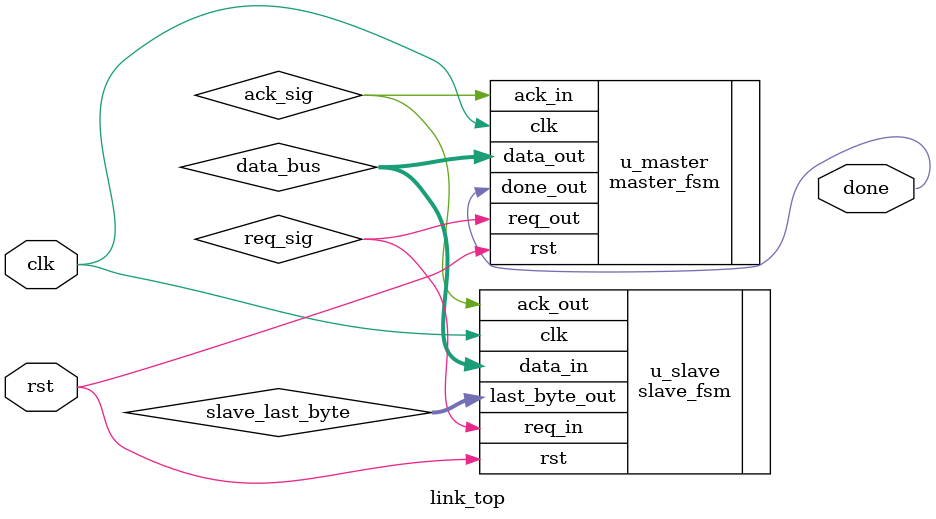
<source format=v>
`timescale 1ns / 1ps

module link_top(
    input  wire clk,
    input  wire rst,
    output wire done
);

// Internal wires for connecting the two FSMs
wire req_sig;
wire ack_sig;
wire [7:0] data_bus;
wire [7:0] slave_last_byte; // Observable in simulation

// Instantiate the Master FSM
master_fsm u_master (
    .clk(clk),
    .rst(rst),
    .ack_in(ack_sig),       // renamed
    .req_out(req_sig),      // renamed
    .done_out(done),        // renamed
    .data_out(data_bus)     // renamed
);

// Instantiate the Slave FSM
slave_fsm u_slave (
    .clk(clk),
    .rst(rst),
    .req_in(req_sig),         // renamed
    .data_in(data_bus),
    .ack_out(ack_sig),        // renamed
    .last_byte_out(slave_last_byte) // renamed
);

endmodule

</source>
